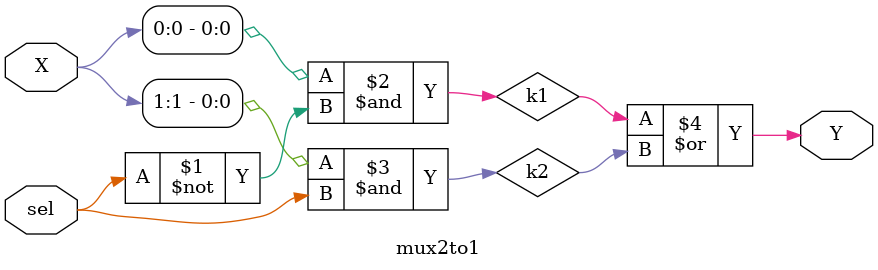
<source format=v>
module mux2to1(
    output Y,
    input [1:0] X,
    input sel
);
wire k1,k2;

and G1(k1,X[0],~sel),
    G2(k2,X[1],sel);
or G3(Y,k1,k2);

endmodule
</source>
